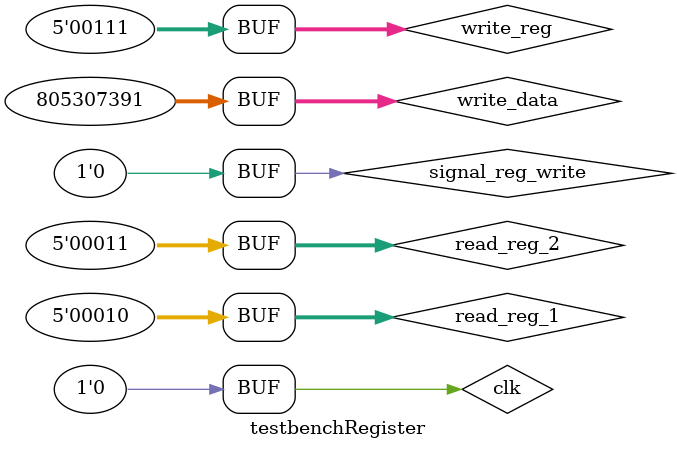
<source format=v>
module testbenchRegister();

reg [31:0] write_data;
reg [4:0] read_reg_1, read_reg_2, write_reg;
reg signal_reg_write,clk;
wire [31:0] read_data_1, read_data_2;

mips_registers testRegister(read_data_1, read_data_2, write_data, read_reg_1, read_reg_2, write_reg, signal_reg_write, clk);


initial begin
	read_reg_1 = 5'b01010;
	read_reg_2 = 5'b01001;
	write_reg = 5'b01011;
	signal_reg_write = 1'b1;
	clk = 1'b0;
	write_data = 32'b00110000000000000000000000011111;
	#10;
	read_reg_1 = 5'b00010;
	read_reg_2 = 5'b00011;
	write_reg = 5'b00111;
	signal_reg_write = 1'b0;
	clk = 1'b0;
	write_data = 32'b00110000000000000000001111111111;
	#10;
end
initial begin
	$monitor("time=%2d,read_reg_1=%5b,read_reg_2=%5b,write_reg=%5b,rw=%1b,clk=%1b,wd=%32b,rd1=%32b,rd2=%32b",$time,read_reg_1,read_reg_2,write_reg,signal_reg_write,clk,write_data,read_data_1,read_data_2);
end

endmodule
</source>
